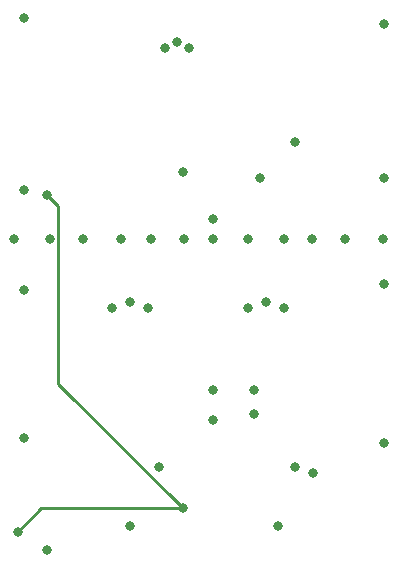
<source format=gbr>
G04 #@! TF.GenerationSoftware,KiCad,Pcbnew,5.1.6-c6e7f7d~87~ubuntu18.04.1*
G04 #@! TF.CreationDate,2021-01-12T05:29:31+00:00*
G04 #@! TF.ProjectId,amp,616d702e-6b69-4636-9164-5f7063625858,rev?*
G04 #@! TF.SameCoordinates,Original*
G04 #@! TF.FileFunction,Copper,L3,Inr*
G04 #@! TF.FilePolarity,Positive*
%FSLAX46Y46*%
G04 Gerber Fmt 4.6, Leading zero omitted, Abs format (unit mm)*
G04 Created by KiCad (PCBNEW 5.1.6-c6e7f7d~87~ubuntu18.04.1) date 2021-01-12 05:29:31*
%MOMM*%
%LPD*%
G01*
G04 APERTURE LIST*
G04 #@! TA.AperFunction,ViaPad*
%ADD10C,0.800000*%
G04 #@! TD*
G04 #@! TA.AperFunction,Conductor*
%ADD11C,0.250000*%
G04 #@! TD*
G04 APERTURE END LIST*
D10*
G04 #@! TO.N,GND*
X142000000Y-96500000D03*
X143500000Y-96000000D03*
X145000000Y-96500000D03*
X128000000Y-90700000D03*
X131200000Y-90700000D03*
X133800000Y-90700000D03*
X136600000Y-90700000D03*
X139000000Y-90700000D03*
X142000000Y-90700000D03*
X145000000Y-90700000D03*
X147400000Y-90700000D03*
X132000000Y-115000000D03*
X144500000Y-115000000D03*
X123000000Y-95000000D03*
X123000000Y-107500000D03*
X153500000Y-94500000D03*
X153500000Y-108000000D03*
X153500000Y-72500000D03*
X153500000Y-85500000D03*
X123000000Y-72000000D03*
X123000000Y-86500000D03*
X122200000Y-90700000D03*
X125200000Y-90700000D03*
X150200000Y-90700000D03*
X153400000Y-90700000D03*
X139000000Y-89000000D03*
X143000000Y-85500000D03*
X146000000Y-82500000D03*
X136500000Y-85000000D03*
X136000000Y-74000000D03*
X137000000Y-74500000D03*
X135000000Y-74500000D03*
X133500000Y-96500000D03*
X132000000Y-96000000D03*
X130500000Y-96500000D03*
X134500000Y-110000000D03*
X146000000Y-110000000D03*
X147500000Y-110500000D03*
X142500000Y-105500000D03*
X142500000Y-103500000D03*
X139000000Y-103500000D03*
X139000000Y-106000000D03*
G04 #@! TO.N,Net-(C11-Pad1)*
X125000000Y-117000000D03*
G04 #@! TO.N,+10V*
X125000000Y-87000000D03*
X136500000Y-113500000D03*
X122500000Y-115500000D03*
G04 #@! TD*
D11*
G04 #@! TO.N,+10V*
X125925001Y-87925001D02*
X125925001Y-102925001D01*
X125000000Y-87000000D02*
X125925001Y-87925001D01*
X125925001Y-102925001D02*
X136500000Y-113500000D01*
X136500000Y-113500000D02*
X124500000Y-113500000D01*
X124500000Y-113500000D02*
X122500000Y-115500000D01*
G04 #@! TD*
M02*

</source>
